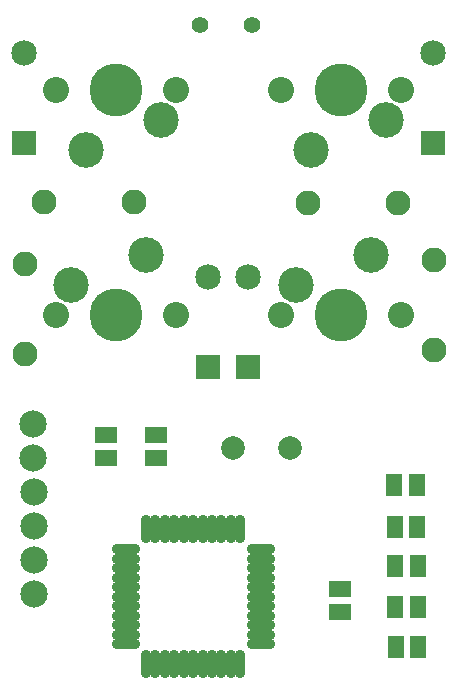
<source format=gbr>
G04 #@! TF.FileFunction,Soldermask,Top*
%FSLAX46Y46*%
G04 Gerber Fmt 4.6, Leading zero omitted, Abs format (unit mm)*
G04 Created by KiCad (PCBNEW 4.0.2-stable) date Tuesday, August 23, 2016 'PMt' 05:42:50 PM*
%MOMM*%
G01*
G04 APERTURE LIST*
%ADD10C,0.020000*%
%ADD11R,1.905000X1.397000*%
%ADD12R,1.397000X1.905000*%
%ADD13O,0.914400X2.407920*%
%ADD14O,2.407920X0.914400*%
%ADD15C,1.408000*%
%ADD16C,2.108000*%
%ADD17C,2.009140*%
%ADD18C,4.488180*%
%ADD19C,3.007360*%
%ADD20C,2.207260*%
%ADD21C,2.159000*%
%ADD22R,2.159000X2.159000*%
%ADD23C,2.308000*%
G04 APERTURE END LIST*
D10*
D11*
X214096600Y-182029100D03*
X214096600Y-183934100D03*
X218338400Y-182054500D03*
X218338400Y-183959500D03*
X233984800Y-195084700D03*
X233984800Y-196989700D03*
D12*
X240499900Y-189763400D03*
X238594900Y-189763400D03*
X240525300Y-193116200D03*
X238620300Y-193116200D03*
X240550700Y-196545200D03*
X238645700Y-196545200D03*
X240576100Y-199948800D03*
X238671100Y-199948800D03*
X240449100Y-186283600D03*
X238544100Y-186283600D03*
D13*
X221513400Y-201422000D03*
X222313500Y-201422000D03*
X223113600Y-201422000D03*
X223913700Y-201422000D03*
X224713800Y-201422000D03*
X225513900Y-201422000D03*
X220713300Y-201422000D03*
X219913200Y-201422000D03*
X219113100Y-201422000D03*
X218313000Y-201422000D03*
X217512900Y-201422000D03*
X221513400Y-189992000D03*
X222313500Y-189992000D03*
X223113600Y-189992000D03*
X223913700Y-189992000D03*
X224713800Y-189992000D03*
X225513900Y-189992000D03*
X220713300Y-189992000D03*
X219913200Y-189992000D03*
X219113100Y-189992000D03*
X218313000Y-189992000D03*
X217512900Y-189992000D03*
D14*
X227228400Y-195707000D03*
X215798400Y-195707000D03*
X227228400Y-194906900D03*
X215798400Y-194906900D03*
X215798400Y-194106800D03*
X227228400Y-194106800D03*
X227228400Y-193306700D03*
X215798400Y-193306700D03*
X215798400Y-192506600D03*
X227228400Y-192506600D03*
X227228400Y-191706500D03*
X215798400Y-191706500D03*
X215798400Y-196507100D03*
X227228400Y-196507100D03*
X227228400Y-197307200D03*
X215798400Y-197307200D03*
X215798400Y-198107300D03*
X227228400Y-198107300D03*
X227228400Y-198907400D03*
X215798400Y-198907400D03*
X215798400Y-199707500D03*
X227228400Y-199707500D03*
D15*
X222056600Y-147283000D03*
X226456600Y-147283000D03*
D16*
X241909600Y-167233600D03*
X241909600Y-174853600D03*
D17*
X229745540Y-183108600D03*
X224863660Y-183108600D03*
D18*
X214985600Y-171881800D03*
D19*
X217525600Y-166801800D03*
X211175600Y-169341800D03*
D20*
X209905600Y-171881800D03*
X220065600Y-171881800D03*
D18*
X234035600Y-171881800D03*
D19*
X236575600Y-166801800D03*
X230225600Y-169341800D03*
D20*
X228955600Y-171881800D03*
X239115600Y-171881800D03*
D18*
X214985600Y-152831800D03*
D19*
X212445600Y-157911800D03*
X218795600Y-155371800D03*
D20*
X220065600Y-152831800D03*
X209905600Y-152831800D03*
D18*
X234035600Y-152831800D03*
D19*
X231495600Y-157911800D03*
X237845600Y-155371800D03*
D20*
X239115600Y-152831800D03*
X228955600Y-152831800D03*
D21*
X222808800Y-168605200D03*
D22*
X222808800Y-176225200D03*
D21*
X226187000Y-168605200D03*
D22*
X226187000Y-176225200D03*
D21*
X207162400Y-149682200D03*
D22*
X207162400Y-157302200D03*
D21*
X241858800Y-149682200D03*
D22*
X241858800Y-157302200D03*
D16*
X207238600Y-175133000D03*
X207238600Y-167513000D03*
X208889600Y-162306000D03*
X216509600Y-162306000D03*
X231267000Y-162407600D03*
X238887000Y-162407600D03*
D23*
X208013300Y-195440300D03*
X208013300Y-186829700D03*
X208013300Y-192570100D03*
X207987900Y-183959500D03*
X208013300Y-189699900D03*
X207987900Y-181089300D03*
M02*

</source>
